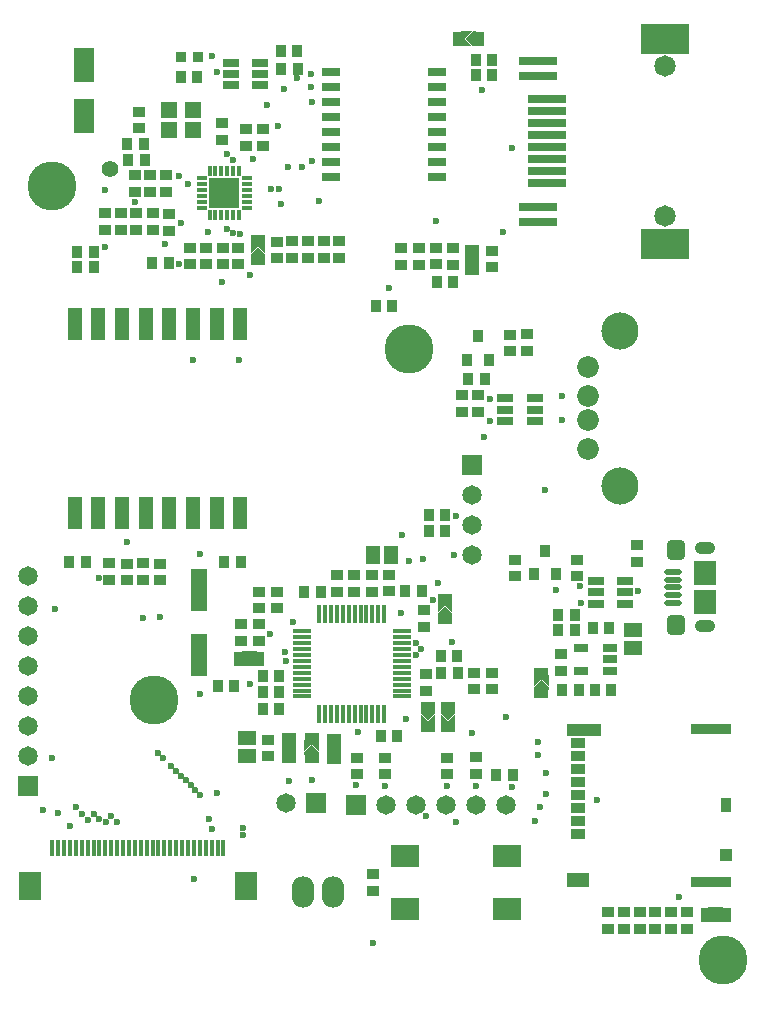
<source format=gts>
G04*
G04 #@! TF.GenerationSoftware,Altium Limited,Altium Designer,20.1.11 (218)*
G04*
G04 Layer_Color=8388736*
%FSLAX24Y24*%
%MOIN*%
G70*
G04*
G04 #@! TF.SameCoordinates,FE305F3D-5073-4B85-8CB4-D00664FC1F7A*
G04*
G04*
G04 #@! TF.FilePolarity,Negative*
G04*
G01*
G75*
%ADD48R,0.0413X0.0374*%
%ADD49R,0.0531X0.0295*%
%ADD50R,0.0359X0.0359*%
%ADD51R,0.0571X0.0571*%
%ADD52R,0.0689X0.1161*%
%ADD53R,0.0374X0.0413*%
%ADD54R,0.0459X0.0379*%
%ADD55R,0.0379X0.0459*%
%ADD56R,0.0374X0.0413*%
%ADD57R,0.0610X0.0492*%
%ADD58R,0.0512X0.0295*%
%ADD59R,0.0965X0.0768*%
%ADD60R,0.1594X0.1043*%
%ADD61R,0.1260X0.0299*%
%ADD62R,0.0492X0.1083*%
%ADD63R,0.0610X0.0311*%
%ADD64R,0.0492X0.0610*%
%ADD65R,0.0531X0.1437*%
%ADD66R,0.0640X0.0177*%
%ADD67R,0.0177X0.0640*%
%ADD68R,0.0492X0.0335*%
%ADD69R,0.0780X0.0508*%
%ADD70R,0.1161X0.0398*%
%ADD71R,0.1370X0.0335*%
%ADD72R,0.0425X0.0413*%
%ADD73R,0.0366X0.0472*%
%ADD74R,0.0177X0.0571*%
%ADD75R,0.0768X0.0925*%
%ADD76R,0.0331X0.0169*%
%ADD77R,0.1043X0.1043*%
%ADD78R,0.0169X0.0331*%
%ADD79O,0.0591X0.0217*%
%ADD80R,0.0768X0.0807*%
G04:AMPARAMS|DCode=81|XSize=68.9mil|YSize=61mil|CornerRadius=16.7mil|HoleSize=0mil|Usage=FLASHONLY|Rotation=270.000|XOffset=0mil|YOffset=0mil|HoleType=Round|Shape=RoundedRectangle|*
%AMROUNDEDRECTD81*
21,1,0.0689,0.0276,0,0,270.0*
21,1,0.0354,0.0610,0,0,270.0*
1,1,0.0335,-0.0138,-0.0177*
1,1,0.0335,-0.0138,0.0177*
1,1,0.0335,0.0138,0.0177*
1,1,0.0335,0.0138,-0.0177*
%
%ADD81ROUNDEDRECTD81*%
%ADD82C,0.0728*%
%ADD83C,0.1240*%
%ADD84C,0.0650*%
%ADD85R,0.0650X0.0650*%
%ADD86R,0.0650X0.0650*%
%ADD87O,0.0748X0.1043*%
%ADD88C,0.0715*%
%ADD89C,0.1634*%
%ADD90O,0.0689X0.0413*%
%ADD91C,0.0236*%
%ADD92C,0.0559*%
%ADD93C,0.0319*%
G36*
X33600Y21198D02*
X33360Y21438D01*
X33120Y21198D01*
Y21578D01*
X33600D01*
Y21198D01*
D02*
G37*
G36*
X34350Y21428D02*
X34110Y21188D01*
X33870Y21428D01*
Y21528D01*
X34350D01*
Y21428D01*
D02*
G37*
G36*
X32850Y21186D02*
X32610Y21426D01*
X32370Y21186D01*
Y21566D01*
X32850D01*
Y21186D01*
D02*
G37*
G36*
X34350Y21028D02*
X33870D01*
Y21407D01*
X34110Y21168D01*
X34350Y21407D01*
Y21028D01*
D02*
G37*
G36*
X33600Y21178D02*
Y21078D01*
X33120D01*
Y21178D01*
X33360Y21418D01*
X33600Y21178D01*
D02*
G37*
G36*
X32850Y21166D02*
Y21066D01*
X32370D01*
Y21166D01*
X32610Y21406D01*
X32850Y21166D01*
D02*
G37*
G36*
X38150Y22478D02*
X37910Y22238D01*
X37670Y22478D01*
Y22578D01*
X38150D01*
Y22478D01*
D02*
G37*
G36*
X37480D02*
X37240Y22238D01*
X37000Y22478D01*
Y22578D01*
X37480D01*
Y22478D01*
D02*
G37*
G36*
X38150Y22078D02*
X37670D01*
Y22457D01*
X37910Y22218D01*
X38150Y22457D01*
Y22078D01*
D02*
G37*
G36*
X37480D02*
X37000D01*
Y22457D01*
X37240Y22218D01*
X37480Y22457D01*
Y22078D01*
D02*
G37*
G36*
X47077Y15520D02*
X46978D01*
X46737Y15760D01*
X46978Y16000D01*
X47077D01*
Y15520D01*
D02*
G37*
G36*
X46718Y15760D02*
X46958Y15520D01*
X46578D01*
Y15760D01*
Y16000D01*
X46958D01*
X46718Y15760D01*
D02*
G37*
G36*
X38050Y25823D02*
X37810Y26063D01*
X37570Y25823D01*
Y26202D01*
X38050D01*
Y25823D01*
D02*
G37*
G36*
Y25803D02*
Y25703D01*
X37570D01*
Y25803D01*
X37810Y26042D01*
X38050Y25803D01*
D02*
G37*
G36*
X31536Y24291D02*
Y24051D01*
X31156D01*
X31396Y24291D01*
X31156Y24531D01*
X31536D01*
Y24291D01*
D02*
G37*
G36*
X31376D02*
X31136Y24051D01*
X31036D01*
Y24531D01*
X31136D01*
X31376Y24291D01*
D02*
G37*
G36*
X41260Y23365D02*
X41020Y23605D01*
X40780Y23365D01*
Y23745D01*
X41260D01*
Y23365D01*
D02*
G37*
G36*
Y23345D02*
Y23245D01*
X40780D01*
Y23345D01*
X41020Y23585D01*
X41260Y23345D01*
D02*
G37*
G36*
X38830Y44720D02*
X38730D01*
X38490Y44960D01*
X38730Y45200D01*
X38830D01*
Y44720D01*
D02*
G37*
G36*
X38470Y44960D02*
X38710Y44720D01*
X38330D01*
Y44960D01*
Y45200D01*
X38710D01*
X38470Y44960D01*
D02*
G37*
G36*
X31820Y37800D02*
X31580Y38040D01*
X31340Y37800D01*
Y38180D01*
X31820D01*
Y37800D01*
D02*
G37*
G36*
Y37780D02*
Y37680D01*
X31340D01*
Y37780D01*
X31580Y38020D01*
X31820Y37780D01*
D02*
G37*
G36*
X38949Y37725D02*
X38709Y37485D01*
X38469Y37725D01*
Y37825D01*
X38949D01*
Y37725D01*
D02*
G37*
G36*
Y37325D02*
X38469D01*
Y37705D01*
X38709Y37465D01*
X38949Y37705D01*
Y37325D01*
D02*
G37*
D48*
X30360Y41590D02*
D03*
Y42141D02*
D03*
X31170Y41380D02*
D03*
Y41931D02*
D03*
X31740Y41936D02*
D03*
Y41384D02*
D03*
X27620Y41969D02*
D03*
Y42520D02*
D03*
X27465Y39849D02*
D03*
Y40400D02*
D03*
X27987Y39859D02*
D03*
Y40410D02*
D03*
X28510Y40400D02*
D03*
Y39849D02*
D03*
X28607Y38546D02*
D03*
Y39097D02*
D03*
X28085Y38586D02*
D03*
Y39137D02*
D03*
X27512Y38579D02*
D03*
Y39130D02*
D03*
X26990Y38580D02*
D03*
Y39131D02*
D03*
X26467Y38579D02*
D03*
Y39130D02*
D03*
X29320Y37441D02*
D03*
Y37993D02*
D03*
X29843Y37441D02*
D03*
Y37993D02*
D03*
X30390Y37441D02*
D03*
Y37993D02*
D03*
X30913Y37441D02*
D03*
Y37993D02*
D03*
X32197Y37639D02*
D03*
Y38190D02*
D03*
X32710Y38196D02*
D03*
Y37644D02*
D03*
X33240Y37649D02*
D03*
Y38200D02*
D03*
X33760Y37644D02*
D03*
Y38196D02*
D03*
X34280Y37644D02*
D03*
Y38196D02*
D03*
X36340Y37976D02*
D03*
Y37424D02*
D03*
X36923Y37976D02*
D03*
Y37424D02*
D03*
X37495Y37986D02*
D03*
Y37434D02*
D03*
X38068Y37976D02*
D03*
Y37424D02*
D03*
X39370Y37881D02*
D03*
Y37330D02*
D03*
X39987Y34539D02*
D03*
Y35090D02*
D03*
X40540Y34544D02*
D03*
Y35096D02*
D03*
X42210Y27591D02*
D03*
Y27040D02*
D03*
X41687Y24442D02*
D03*
Y23891D02*
D03*
X38787Y23816D02*
D03*
Y23264D02*
D03*
X39360Y23264D02*
D03*
Y23816D02*
D03*
X27740Y27470D02*
D03*
Y26919D02*
D03*
X28290Y27456D02*
D03*
Y26904D02*
D03*
X27200Y26904D02*
D03*
Y27456D02*
D03*
X26610Y26924D02*
D03*
Y27476D02*
D03*
X31910Y21590D02*
D03*
Y21039D02*
D03*
X34860Y20440D02*
D03*
Y20991D02*
D03*
X35810D02*
D03*
Y20440D02*
D03*
X37880Y20429D02*
D03*
Y20980D02*
D03*
X38850Y20454D02*
D03*
Y21006D02*
D03*
X35390Y17106D02*
D03*
Y16554D02*
D03*
X35932Y27091D02*
D03*
Y26540D02*
D03*
X35359Y26514D02*
D03*
Y27066D02*
D03*
X32210Y25966D02*
D03*
Y26517D02*
D03*
X34786Y26514D02*
D03*
Y27066D02*
D03*
X34214Y26514D02*
D03*
Y27066D02*
D03*
X31610Y26523D02*
D03*
Y25972D02*
D03*
X31610Y24887D02*
D03*
Y25439D02*
D03*
X31010Y24887D02*
D03*
Y25439D02*
D03*
X37100Y25906D02*
D03*
Y25354D02*
D03*
X37179Y23219D02*
D03*
Y23770D02*
D03*
X40130Y27039D02*
D03*
Y27590D02*
D03*
X44210Y28066D02*
D03*
Y27514D02*
D03*
X38377Y32524D02*
D03*
Y33076D02*
D03*
X38910Y32524D02*
D03*
Y33076D02*
D03*
X43770Y15284D02*
D03*
Y15836D02*
D03*
X44290Y15284D02*
D03*
Y15836D02*
D03*
X45880Y15836D02*
D03*
Y15284D02*
D03*
X44810Y15284D02*
D03*
Y15836D02*
D03*
X45323Y15289D02*
D03*
Y15840D02*
D03*
X43250Y15284D02*
D03*
Y15836D02*
D03*
D49*
X31642Y43406D02*
D03*
Y43780D02*
D03*
Y44154D02*
D03*
X30658D02*
D03*
Y43780D02*
D03*
Y43406D02*
D03*
X43822Y26126D02*
D03*
Y26500D02*
D03*
Y26874D02*
D03*
X42838D02*
D03*
Y26500D02*
D03*
Y26126D02*
D03*
X39813Y32216D02*
D03*
Y32590D02*
D03*
Y32964D02*
D03*
X40798D02*
D03*
Y32590D02*
D03*
Y32216D02*
D03*
D50*
X29565Y44330D02*
D03*
X29015D02*
D03*
D51*
X28593Y41901D02*
D03*
X29420D02*
D03*
Y42570D02*
D03*
X28593D02*
D03*
D52*
X25780Y44066D02*
D03*
Y42374D02*
D03*
D53*
X27219Y41433D02*
D03*
X27770D02*
D03*
X26096Y37330D02*
D03*
X25544D02*
D03*
X38834Y43730D02*
D03*
X39386D02*
D03*
X39389Y44253D02*
D03*
X38838D02*
D03*
X41584Y25247D02*
D03*
X42136D02*
D03*
X42734Y25312D02*
D03*
X43286D02*
D03*
X41709Y23240D02*
D03*
X42260D02*
D03*
X37816Y29080D02*
D03*
X37264D02*
D03*
X37821Y28540D02*
D03*
X37270D02*
D03*
X25279Y27520D02*
D03*
X25830D02*
D03*
X40066Y20410D02*
D03*
X39514D02*
D03*
X28054Y37470D02*
D03*
X28606D02*
D03*
X32339Y43960D02*
D03*
X32890D02*
D03*
X32329Y44550D02*
D03*
X32880D02*
D03*
X29556Y43690D02*
D03*
X29004D02*
D03*
X31734Y23710D02*
D03*
X32286D02*
D03*
Y22616D02*
D03*
X31734D02*
D03*
X32286Y23188D02*
D03*
X31734D02*
D03*
X33661Y26516D02*
D03*
X33110D02*
D03*
X36484Y26540D02*
D03*
X37036D02*
D03*
X30234Y23394D02*
D03*
X30786D02*
D03*
X30454Y27500D02*
D03*
X31006D02*
D03*
X35494Y36030D02*
D03*
X36046D02*
D03*
X26096Y37843D02*
D03*
X25544D02*
D03*
X37660Y24390D02*
D03*
X38211D02*
D03*
X37683Y23817D02*
D03*
X38235D02*
D03*
X27790Y40910D02*
D03*
X27239D02*
D03*
X43344Y23240D02*
D03*
X42793D02*
D03*
X42136Y25760D02*
D03*
X41584D02*
D03*
X36211Y21709D02*
D03*
X35660D02*
D03*
X38080Y36850D02*
D03*
X37529D02*
D03*
X38584Y33625D02*
D03*
X39136D02*
D03*
D54*
X31580Y37580D02*
D03*
Y38255D02*
D03*
X38709Y37925D02*
D03*
Y37250D02*
D03*
X37240Y22678D02*
D03*
Y22002D02*
D03*
X37910Y22678D02*
D03*
Y22002D02*
D03*
X37810Y25603D02*
D03*
Y26277D02*
D03*
X41020Y23145D02*
D03*
Y23820D02*
D03*
X33360Y20978D02*
D03*
Y21653D02*
D03*
X32610Y20966D02*
D03*
Y21641D02*
D03*
X34110Y21628D02*
D03*
Y20952D02*
D03*
D55*
X38255Y44960D02*
D03*
X38930D02*
D03*
X31611Y24291D02*
D03*
X30936D02*
D03*
X46502Y15760D02*
D03*
X47178D02*
D03*
D56*
X38536Y34246D02*
D03*
X39284D02*
D03*
X38910Y35034D02*
D03*
X41136Y27887D02*
D03*
X41510Y27100D02*
D03*
X40762D02*
D03*
D57*
X44085Y24645D02*
D03*
Y25235D02*
D03*
X31210Y21040D02*
D03*
Y21631D02*
D03*
D58*
X43315Y23891D02*
D03*
Y24265D02*
D03*
Y24639D02*
D03*
X42331D02*
D03*
Y23891D02*
D03*
D59*
X39873Y17716D02*
D03*
X36467D02*
D03*
Y15944D02*
D03*
X39873D02*
D03*
D60*
X45147Y44943D02*
D03*
Y38117D02*
D03*
D61*
X40895Y43727D02*
D03*
Y44227D02*
D03*
Y38833D02*
D03*
Y39333D02*
D03*
X41210Y40130D02*
D03*
Y40530D02*
D03*
Y40930D02*
D03*
Y41330D02*
D03*
Y41730D02*
D03*
Y42130D02*
D03*
Y42530D02*
D03*
Y42930D02*
D03*
D62*
X30978Y35450D02*
D03*
X30191D02*
D03*
X29403D02*
D03*
X28616D02*
D03*
X27828D02*
D03*
X27041D02*
D03*
X26254D02*
D03*
X25466D02*
D03*
Y29150D02*
D03*
X26254D02*
D03*
X27041D02*
D03*
X27828D02*
D03*
X28616D02*
D03*
X29403D02*
D03*
X30191D02*
D03*
X30978D02*
D03*
D63*
X37546Y40350D02*
D03*
Y40850D02*
D03*
Y41350D02*
D03*
Y41850D02*
D03*
Y42350D02*
D03*
Y42850D02*
D03*
Y43350D02*
D03*
Y43850D02*
D03*
X33994Y40350D02*
D03*
Y40850D02*
D03*
Y41350D02*
D03*
Y41850D02*
D03*
Y42350D02*
D03*
Y42850D02*
D03*
Y43350D02*
D03*
Y43850D02*
D03*
D64*
X36005Y27742D02*
D03*
X35415D02*
D03*
D65*
X29610Y24399D02*
D03*
Y26564D02*
D03*
D66*
X33028Y25195D02*
D03*
Y24998D02*
D03*
Y24801D02*
D03*
Y24604D02*
D03*
Y24408D02*
D03*
Y24211D02*
D03*
Y24014D02*
D03*
Y23817D02*
D03*
Y23620D02*
D03*
Y23423D02*
D03*
Y23227D02*
D03*
Y23030D02*
D03*
X36365D02*
D03*
Y23227D02*
D03*
Y23423D02*
D03*
Y23620D02*
D03*
Y23817D02*
D03*
Y24014D02*
D03*
Y24211D02*
D03*
Y24408D02*
D03*
Y24604D02*
D03*
Y24801D02*
D03*
Y24998D02*
D03*
Y25195D02*
D03*
D67*
X33614Y22444D02*
D03*
X33811D02*
D03*
X34008D02*
D03*
X34205D02*
D03*
X34401D02*
D03*
X34598D02*
D03*
X34795D02*
D03*
X34992D02*
D03*
X35189D02*
D03*
X35386D02*
D03*
X35583D02*
D03*
X35779D02*
D03*
Y25781D02*
D03*
X35583D02*
D03*
X35386D02*
D03*
X35189D02*
D03*
X34992D02*
D03*
X34795D02*
D03*
X34598D02*
D03*
X34401D02*
D03*
X34205D02*
D03*
X34008D02*
D03*
X33811D02*
D03*
X33614D02*
D03*
D68*
X42249Y18453D02*
D03*
Y18886D02*
D03*
Y19319D02*
D03*
Y19752D02*
D03*
Y20185D02*
D03*
Y20618D02*
D03*
Y21051D02*
D03*
Y21484D02*
D03*
D69*
X42255Y16925D02*
D03*
D70*
X42446Y21910D02*
D03*
D71*
X46684Y21941D02*
D03*
Y16839D02*
D03*
D72*
X47157Y17748D02*
D03*
D73*
X47186Y19427D02*
D03*
D74*
X30422Y17994D02*
D03*
X30225D02*
D03*
X30028D02*
D03*
X29831D02*
D03*
X29634D02*
D03*
X29437D02*
D03*
X29241D02*
D03*
X29044D02*
D03*
X28847D02*
D03*
X28650D02*
D03*
X28453D02*
D03*
X28256D02*
D03*
X28059D02*
D03*
X27863D02*
D03*
X27666D02*
D03*
X27469D02*
D03*
X27272D02*
D03*
X27075D02*
D03*
X26878D02*
D03*
X26681D02*
D03*
X26485D02*
D03*
X26288D02*
D03*
X26091D02*
D03*
X25894D02*
D03*
X25697D02*
D03*
X25500D02*
D03*
X25304D02*
D03*
X25107D02*
D03*
X24910D02*
D03*
X24713D02*
D03*
D75*
X31170Y16714D02*
D03*
X23965D02*
D03*
D76*
X31198Y39515D02*
D03*
Y39712D02*
D03*
Y40302D02*
D03*
Y40105D02*
D03*
Y39908D02*
D03*
Y39318D02*
D03*
X29702D02*
D03*
Y39515D02*
D03*
Y39712D02*
D03*
Y39908D02*
D03*
Y40105D02*
D03*
Y40302D02*
D03*
D77*
X30450Y39810D02*
D03*
D78*
X30942Y39062D02*
D03*
X30745D02*
D03*
X30548D02*
D03*
X30352D02*
D03*
X30155D02*
D03*
X29958D02*
D03*
Y40558D02*
D03*
X30155D02*
D03*
X30352D02*
D03*
X30548D02*
D03*
X30745D02*
D03*
X30942D02*
D03*
D79*
X45407Y26918D02*
D03*
Y27174D02*
D03*
Y26151D02*
D03*
Y26407D02*
D03*
Y26662D02*
D03*
D80*
X46460Y26190D02*
D03*
Y27135D02*
D03*
D81*
X45495Y25403D02*
D03*
Y27922D02*
D03*
D82*
X42557Y31262D02*
D03*
Y33034D02*
D03*
Y32246D02*
D03*
Y34018D02*
D03*
D83*
X43624Y30053D02*
D03*
Y35227D02*
D03*
D84*
X38710Y27740D02*
D03*
Y28740D02*
D03*
Y29740D02*
D03*
X23920Y27040D02*
D03*
Y26040D02*
D03*
Y25040D02*
D03*
Y24040D02*
D03*
Y23040D02*
D03*
Y22040D02*
D03*
Y21040D02*
D03*
X39850Y19420D02*
D03*
X38850D02*
D03*
X37850D02*
D03*
X36850D02*
D03*
X35850D02*
D03*
X32510Y19466D02*
D03*
D85*
X38710Y30740D02*
D03*
X23920Y20040D02*
D03*
D86*
X34850Y19420D02*
D03*
X33510Y19466D02*
D03*
D87*
X33060Y16520D02*
D03*
X34060D02*
D03*
D88*
X45147Y44030D02*
D03*
Y39030D02*
D03*
D89*
X28090Y22910D02*
D03*
X36590Y34600D02*
D03*
X24700Y40060D02*
D03*
X47080Y14230D02*
D03*
D90*
X46460Y25363D02*
D03*
Y27962D02*
D03*
D91*
X42330Y26130D02*
D03*
X42310Y26700D02*
D03*
X34900Y21850D02*
D03*
X38720Y21820D02*
D03*
X31410Y40950D02*
D03*
X33360Y40870D02*
D03*
X36370Y28420D02*
D03*
X38090Y27740D02*
D03*
X37080Y27620D02*
D03*
X37560Y26800D02*
D03*
X36590Y27530D02*
D03*
X41520Y26580D02*
D03*
X37180Y19029D02*
D03*
X44250Y26540D02*
D03*
X28950Y40390D02*
D03*
X29010Y38820D02*
D03*
X42860Y19580D02*
D03*
X40050Y20000D02*
D03*
X38850Y20030D02*
D03*
X41170Y19770D02*
D03*
X40800Y18870D02*
D03*
X39110Y31670D02*
D03*
X30360Y36860D02*
D03*
X26280Y18950D02*
D03*
X30950Y34260D02*
D03*
X29390Y34250D02*
D03*
X27200Y28180D02*
D03*
X26279Y26970D02*
D03*
X27750Y25630D02*
D03*
X28950Y37440D02*
D03*
X29920Y38510D02*
D03*
X28460Y38110D02*
D03*
X26090Y19100D02*
D03*
X25893Y18913D02*
D03*
X25698Y19108D02*
D03*
X27460Y39500D02*
D03*
X25500Y19330D02*
D03*
X26470Y38020D02*
D03*
X25300Y18700D02*
D03*
X31300Y23430D02*
D03*
X36500Y22280D02*
D03*
X37390Y26250D02*
D03*
X36340Y25810D02*
D03*
X32273Y39953D02*
D03*
X32330Y39450D02*
D03*
X32003Y39957D02*
D03*
X33030Y40680D02*
D03*
X33610Y39540D02*
D03*
X35950Y36650D02*
D03*
X31300Y37070D02*
D03*
X26480Y39921D02*
D03*
X24410Y19240D02*
D03*
X24710Y20980D02*
D03*
X24820Y25940D02*
D03*
X24910Y19140D02*
D03*
X29440Y16950D02*
D03*
X26490Y18840D02*
D03*
X28290Y25670D02*
D03*
X30545Y38620D02*
D03*
X30220Y43860D02*
D03*
X29230Y40110D02*
D03*
X30966Y38455D02*
D03*
X30730Y38480D02*
D03*
X26680Y19040D02*
D03*
X26880Y18840D02*
D03*
X30030Y44380D02*
D03*
X32230Y42040D02*
D03*
X32580Y40670D02*
D03*
X31870Y42730D02*
D03*
X32430Y43280D02*
D03*
X39740Y38520D02*
D03*
X37510Y38880D02*
D03*
X30551Y41120D02*
D03*
X30740Y40910D02*
D03*
X39050Y43260D02*
D03*
X33380Y42850D02*
D03*
X33350Y43790D02*
D03*
Y43340D02*
D03*
X32880Y43640D02*
D03*
X40030Y41320D02*
D03*
X38180Y29060D02*
D03*
X41130Y29920D02*
D03*
X39320Y32210D02*
D03*
X28400Y20970D02*
D03*
X28240Y21140D02*
D03*
X39290Y32960D02*
D03*
X29628Y23102D02*
D03*
X31980Y25100D02*
D03*
X40920Y21510D02*
D03*
X28660Y20700D02*
D03*
X40910Y21070D02*
D03*
X28830Y20540D02*
D03*
X29486Y19907D02*
D03*
X29000Y20390D02*
D03*
X29650Y19750D02*
D03*
X29165Y20229D02*
D03*
X29329Y20072D02*
D03*
X39830Y22330D02*
D03*
X41170Y20490D02*
D03*
X40979Y19340D02*
D03*
X45610Y16350D02*
D03*
X30217Y19823D02*
D03*
X32735Y25500D02*
D03*
X32481Y24510D02*
D03*
X32510Y24211D02*
D03*
X29950Y18930D02*
D03*
X30030Y18610D02*
D03*
X38180Y18850D02*
D03*
X31060Y18650D02*
D03*
X37860Y20040D02*
D03*
X34850Y20080D02*
D03*
X35810Y20060D02*
D03*
X31060Y18410D02*
D03*
X32610Y20200D02*
D03*
X33370Y20230D02*
D03*
X29644Y27787D02*
D03*
X36830Y24800D02*
D03*
X36840Y24410D02*
D03*
X37010Y24600D02*
D03*
X41710Y33040D02*
D03*
X41720Y32240D02*
D03*
X38052Y24849D02*
D03*
X35420Y14810D02*
D03*
D92*
X26630Y40610D02*
D03*
D93*
X30686Y39574D02*
D03*
Y40046D02*
D03*
M02*

</source>
